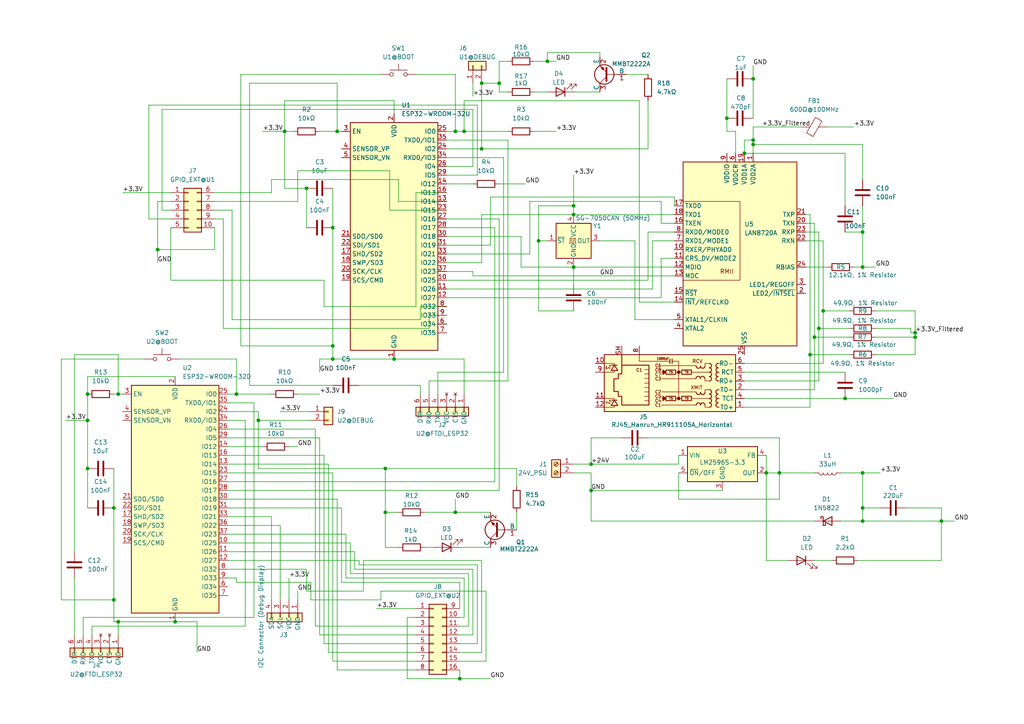
<source format=kicad_sch>
(kicad_sch (version 20250114) (generator "eeschema") (generator_version "9.0")
  (paper "A4")
  (title_block (title "Dual ESP32 Breakout Board") (date "2025-06-12") (rev "0.1") (company "CommandWare"))
  (junction (at 25.4 135.89))
  (junction (at 218.44 41.91))
  (junction (at 226.06 137.16))
  (junction (at 245.11 115.57))
  (junction (at 34.29 114.3))
  (junction (at 250.19 151.13))
  (junction (at 250.19 67.31))
  (junction (at 132.08 38.1))
  (junction (at 144.78 24.13))
  (junction (at 74.93 121.92))
  (junction (at 111.76 148.59))
  (junction (at 96.52 104.14))
  (junction (at 25.4 121.92))
  (junction (at 88.9 54.61))
  (junction (at 114.3 104.14))
  (junction (at 273.05 151.13))
  (junction (at 166.37 77.47))
  (junction (at 96.52 66.04))
  (junction (at 25.4 114.3))
  (junction (at 166.37 62.23))
  (junction (at 218.44 22.86))
  (junction (at 210.82 34.29))
  (junction (at 134.62 38.1))
  (junction (at 265.43 96.52))
  (junction (at 218.44 40.64))
  (junction (at 96.52 100.33))
  (junction (at 250.19 77.47))
  (junction (at 111.76 135.89))
  (junction (at 139.7 24.13))
  (junction (at 133.35 196.85))
  (junction (at 34.29 180.34))
  (junction (at 222.25 137.16))
  (junction (at 33.02 147.32))
  (junction (at 236.22 97.79))
  (junction (at 156.21 69.85))
  (junction (at 171.45 142.24))
  (junction (at 132.08 148.59))
  (junction (at 238.76 90.17))
  (junction (at 171.45 134.62))
  (junction (at 45.72 72.39))
  (junction (at 250.19 147.32))
  (junction (at 33.02 173.99))
  (junction (at 97.79 38.1))
  (junction (at 215.9 44.45))
  (junction (at 234.95 102.87))
  (junction (at 237.49 95.25))
  (junction (at 250.19 137.16))
  (junction (at 166.37 59.69))
  (junction (at 50.8 180.34))
  (junction (at 265.43 97.79))
  (junction (at 68.58 114.3))
  (junction (at 158.75 17.78))
  (junction (at 139.7 43.18))
  (junction (at 82.55 38.1))
  (wire (pts (xy 90.17 121.92) (xy 74.93 121.92)))
  (wire (pts (xy 137.16 78.74) (xy 137.16 80.01)))
  (wire (pts (xy 133.35 158.75) (xy 142.24 158.75)))
  (wire (pts (xy 233.68 62.23) (xy 234.95 62.23)))
  (wire (pts (xy 86.36 58.42) (xy 86.36 49.53)))
  (wire (pts (xy 133.35 181.61) (xy 135.89 181.61)))
  (wire (pts (xy 139.7 162.56) (xy 105.41 162.56)))
  (wire (pts (xy 120.65 55.88) (xy 129.54 55.88)))
  (wire (pts (xy 196.85 137.16) (xy 196.85 144.78)))
  (wire (pts (xy 138.43 30.48) (xy 138.43 50.8)))
  (wire (pts (xy 222.25 132.08) (xy 222.25 137.16)))
  (wire (pts (xy 91.44 181.61) (xy 91.44 124.46)))
  (wire (pts (xy 88.9 171.45) (xy 88.9 165.1)))
  (wire (pts (xy 250.19 59.69) (xy 250.19 67.31)))
  (wire (pts (xy 99.06 168.91) (xy 99.06 147.32)))
  (wire (pts (xy 127 107.95) (xy 146.05 107.95)))
  (wire (pts (xy 144.78 142.24) (xy 144.78 63.5)))
  (wire (pts (xy 142.24 57.15) (xy 195.58 57.15)))
  (wire (pts (xy 218.44 22.86) (xy 218.44 34.29)))
  (wire (pts (xy 134.62 179.07) (xy 134.62 167.64)))
  (wire (pts (xy 191.77 74.93) (xy 195.58 74.93)))
  (wire (pts (xy 21.59 167.64) (xy 21.59 184.15)))
  (wire (pts (xy 154.94 38.1) (xy 161.29 38.1)))
  (wire (pts (xy 78.74 52.07) (xy 115.57 52.07)))
  (wire (pts (xy 109.22 176.53) (xy 120.65 176.53)))
  (wire (pts (xy 82.55 29.21) (xy 82.55 38.1)))
  (wire (pts (xy 78.74 149.86) (xy 66.04 149.86)))
  (wire (pts (xy 92.71 104.14) (xy 92.71 107.95)))
  (wire (pts (xy 120.65 184.15) (xy 92.71 184.15)))
  (wire (pts (xy 228.6 162.56) (xy 222.25 162.56)))
  (wire (pts (xy 233.68 77.47) (xy 240.03 77.47)))
  (wire (pts (xy 110.49 171.45) (xy 110.49 173.99)))
  (wire (pts (xy 236.22 64.77) (xy 236.22 97.79)))
  (wire (pts (xy 134.62 38.1) (xy 134.62 29.21)))
  (wire (pts (xy 35.56 55.88) (xy 49.53 55.88)))
  (wire (pts (xy 245.11 44.45) (xy 245.11 59.69)))
  (wire (pts (xy 133.35 196.85) (xy 133.35 194.31)))
  (wire (pts (xy 139.7 24.13) (xy 139.7 43.18)))
  (wire (pts (xy 196.85 132.08) (xy 196.85 134.62)))
  (wire (pts (xy 100.33 167.64) (xy 100.33 154.94)))
  (wire (pts (xy 97.79 194.31) (xy 97.79 144.78)))
  (wire (pts (xy 250.19 151.13) (xy 250.19 147.32)))
  (wire (pts (xy 78.74 55.88) (xy 78.74 52.07)))
  (wire (pts (xy 218.44 41.91) (xy 218.44 44.45)))
  (wire (pts (xy 25.4 114.3) (xy 25.4 121.92)))
  (wire (pts (xy 185.42 29.21) (xy 185.42 87.63)))
  (wire (pts (xy 120.65 21.59) (xy 132.08 21.59)))
  (wire (pts (xy 236.22 97.79) (xy 246.38 97.79)))
  (wire (pts (xy 102.87 160.02) (xy 66.04 160.02)))
  (wire (pts (xy 139.7 43.18) (xy 129.54 43.18)))
  (wire (pts (xy 265.43 96.52) (xy 265.43 97.79)))
  (wire (pts (xy 41.91 104.14) (xy 17.78 104.14)))
  (wire (pts (xy 88.9 165.1) (xy 66.04 165.1)))
  (wire (pts (xy 34.29 180.34) (xy 34.29 184.15)))
  (wire (pts (xy 133.35 184.15) (xy 137.16 184.15)))
  (wire (pts (xy 86.36 49.53) (xy 113.03 49.53)))
  (wire (pts (xy 95.25 189.23) (xy 95.25 134.62)))
  (wire (pts (xy 248.92 162.56) (xy 273.05 162.56)))
  (wire (pts (xy 238.76 69.85) (xy 238.76 90.17)))
  (wire (pts (xy 138.43 186.69) (xy 138.43 163.83)))
  (wire (pts (xy 189.23 69.85) (xy 195.58 69.85)))
  (wire (pts (xy 234.95 102.87) (xy 246.38 102.87)))
  (wire (pts (xy 64.77 63.5) (xy 64.77 95.25)))
  (wire (pts (xy 120.65 88.9) (xy 120.65 55.88)))
  (wire (pts (xy 146.05 45.72) (xy 129.54 45.72)))
  (wire (pts (xy 144.78 17.78) (xy 144.78 24.13)))
  (wire (pts (xy 254 95.25) (xy 264.16 95.25)))
  (wire (pts (xy 173.99 15.24) (xy 173.99 16.51)))
  (wire (pts (xy 66.04 114.3) (xy 68.58 114.3)))
  (wire (pts (xy 264.16 95.25) (xy 264.16 96.52)))
  (wire (pts (xy 134.62 38.1) (xy 147.32 38.1)))
  (wire (pts (xy 254 90.17) (xy 265.43 90.17)))
  (wire (pts (xy 166.37 90.17) (xy 156.21 90.17)))
  (wire (pts (xy 156.21 90.17) (xy 156.21 69.85)))
  (wire (pts (xy 74.93 135.89) (xy 74.93 121.92)))
  (wire (pts (xy 104.14 111.76) (xy 121.92 111.76)))
  (wire (pts (xy 114.3 104.14) (xy 96.52 104.14)))
  (wire (pts (xy 102.87 165.1) (xy 102.87 160.02)))
  (wire (pts (xy 74.93 135.89) (xy 111.76 135.89)))
  (wire (pts (xy 133.35 191.77) (xy 140.97 191.77)))
  (wire (pts (xy 166.37 62.23) (xy 195.58 62.23)))
  (wire (pts (xy 34.29 180.34) (xy 50.8 180.34)))
  (wire (pts (xy 118.11 196.85) (xy 133.35 196.85)))
  (wire (pts (xy 236.22 113.03) (xy 215.9 113.03)))
  (wire (pts (xy 250.19 147.32) (xy 250.19 137.16)))
  (wire (pts (xy 111.76 148.59) (xy 115.57 148.59)))
  (wire (pts (xy 81.28 119.38) (xy 90.17 119.38)))
  (wire (pts (xy 66.04 139.7) (xy 143.51 139.7)))
  (wire (pts (xy 209.55 142.24) (xy 171.45 142.24)))
  (wire (pts (xy 138.43 163.83) (xy 104.14 163.83)))
  (wire (pts (xy 138.43 50.8) (xy 129.54 50.8)))
  (wire (pts (xy 240.03 36.83) (xy 247.65 36.83)))
  (wire (pts (xy 254 102.87) (xy 265.43 102.87)))
  (wire (pts (xy 97.79 38.1) (xy 99.06 38.1)))
  (wire (pts (xy 139.7 76.2) (xy 139.7 62.23)))
  (wire (pts (xy 124.46 110.49) (xy 147.32 110.49)))
  (wire (pts (xy 215.9 44.45) (xy 245.11 44.45)))
  (wire (pts (xy 218.44 40.64) (xy 218.44 41.91)))
  (wire (pts (xy 62.23 55.88) (xy 78.74 55.88)))
  (wire (pts (xy 57.15 180.34) (xy 57.15 189.23)))
  (wire (pts (xy 133.35 176.53) (xy 133.35 168.91)))
  (wire (pts (xy 137.16 31.75) (xy 137.16 48.26)))
  (wire (pts (xy 166.37 26.67) (xy 173.99 26.67)))
  (wire (pts (xy 71.12 181.61) (xy 71.12 121.92)))
  (wire (pts (xy 62.23 63.5) (xy 64.77 63.5)))
  (wire (pts (xy 118.11 179.07) (xy 118.11 196.85)))
  (wire (pts (xy 234.95 62.23) (xy 234.95 102.87)))
  (wire (pts (xy 34.29 114.3) (xy 35.56 114.3)))
  (wire (pts (xy 25.4 121.92) (xy 25.4 135.89)))
  (wire (pts (xy 96.52 137.16) (xy 66.04 137.16)))
  (wire (pts (xy 96.52 54.61) (xy 96.52 66.04)))
  (wire (pts (xy 218.44 36.83) (xy 218.44 40.64)))
  (wire (pts (xy 143.51 66.04) (xy 129.54 66.04)))
  (wire (pts (xy 52.07 104.14) (xy 68.58 104.14)))
  (wire (pts (xy 133.35 179.07) (xy 134.62 179.07)))
  (wire (pts (xy 33.02 180.34) (xy 34.29 180.34)))
  (wire (pts (xy 135.89 181.61) (xy 135.89 166.37)))
  (wire (pts (xy 143.51 139.7) (xy 143.51 66.04)))
  (wire (pts (xy 19.05 121.92) (xy 25.4 121.92)))
  (wire (pts (xy 121.92 92.71) (xy 121.92 88.9)))
  (wire (pts (xy 73.66 116.84) (xy 66.04 116.84)))
  (wire (pts (xy 25.4 135.89) (xy 25.4 147.32)))
  (wire (pts (xy 233.68 69.85) (xy 238.76 69.85)))
  (wire (pts (xy 66.04 129.54) (xy 76.2 129.54)))
  (wire (pts (xy 147.32 40.64) (xy 129.54 40.64)))
  (wire (pts (xy 68.58 167.64) (xy 66.04 167.64)))
  (wire (pts (xy 110.49 171.45) (xy 140.97 171.45)))
  (wire (pts (xy 196.85 144.78) (xy 226.06 144.78)))
  (wire (pts (xy 264.16 96.52) (xy 265.43 96.52)))
  (wire (pts (xy 49.53 63.5) (xy 43.18 63.5)))
  (wire (pts (xy 238.76 90.17) (xy 238.76 105.41)))
  (wire (pts (xy 97.79 24.13) (xy 97.79 38.1)))
  (wire (pts (xy 187.96 81.28) (xy 187.96 67.31)))
  (wire (pts (xy 187.96 29.21) (xy 187.96 43.18)))
  (wire (pts (xy 265.43 97.79) (xy 265.43 102.87)))
  (wire (pts (xy 110.49 173.99) (xy 90.17 173.99)))
  (wire (pts (xy 181.61 21.59) (xy 187.96 21.59)))
  (wire (pts (xy 134.62 29.21) (xy 185.42 29.21)))
  (wire (pts (xy 50.8 180.34) (xy 57.15 180.34)))
  (wire (pts (xy 236.22 162.56) (xy 241.3 162.56)))
  (wire (pts (xy 166.37 77.47) (xy 166.37 82.55)))
  (wire (pts (xy 140.97 191.77) (xy 140.97 171.45)))
  (wire (pts (xy 21.59 102.87) (xy 34.29 102.87)))
  (wire (pts (xy 132.08 38.1) (xy 134.62 38.1)))
  (wire (pts (xy 83.82 129.54) (xy 86.36 129.54)))
  (wire (pts (xy 156.21 69.85) (xy 158.75 69.85)))
  (wire (pts (xy 121.92 88.9) (xy 129.54 88.9)))
  (wire (pts (xy 273.05 151.13) (xy 250.19 151.13)))
  (wire (pts (xy 151.13 68.58) (xy 151.13 77.47)))
  (wire (pts (xy 46.99 31.75) (xy 137.16 31.75)))
  (wire (pts (xy 92.71 127) (xy 66.04 127)))
  (wire (pts (xy 191.77 58.42) (xy 191.77 64.77)))
  (wire (pts (xy 129.54 83.82) (xy 189.23 83.82)))
  (wire (pts (xy 82.55 29.21) (xy 114.3 29.21)))
  (wire (pts (xy 69.85 21.59) (xy 69.85 100.33)))
  (wire (pts (xy 49.53 66.04) (xy 49.53 81.28)))
  (wire (pts (xy 250.19 67.31) (xy 250.19 77.47)))
  (wire (pts (xy 127 114.3) (xy 127 107.95)))
  (wire (pts (xy 215.9 107.95) (xy 245.11 107.95)))
  (wire (pts (xy 158.75 15.24) (xy 173.99 15.24)))
  (wire (pts (xy 17.78 173.99) (xy 33.02 173.99)))
  (wire (pts (xy 78.74 149.86) (xy 78.74 173.99)))
  (wire (pts (xy 43.18 63.5) (xy 43.18 30.48)))
  (wire (pts (xy 134.62 104.14) (xy 114.3 104.14)))
  (wire (pts (xy 93.98 81.28) (xy 93.98 88.9)))
  (wire (pts (xy 142.24 71.12) (xy 142.24 57.15)))
  (wire (pts (xy 33.02 114.3) (xy 34.29 114.3)))
  (wire (pts (xy 73.66 179.07) (xy 73.66 116.84)))
  (wire (pts (xy 115.57 58.42) (xy 129.54 58.42)))
  (wire (pts (xy 210.82 34.29) (xy 210.82 38.1)))
  (wire (pts (xy 33.02 135.89) (xy 33.02 147.32)))
  (wire (pts (xy 153.67 58.42) (xy 191.77 58.42)))
  (wire (pts (xy 114.3 29.21) (xy 114.3 33.02)))
  (wire (pts (xy 33.02 147.32) (xy 33.02 173.99)))
  (wire (pts (xy 71.12 121.92) (xy 66.04 121.92)))
  (wire (pts (xy 187.96 43.18) (xy 139.7 43.18)))
  (wire (pts (xy 66.04 142.24) (xy 144.78 142.24)))
  (wire (pts (xy 124.46 114.3) (xy 124.46 110.49)))
  (wire (pts (xy 120.65 186.69) (xy 93.98 186.69)))
  (wire (pts (xy 237.49 67.31) (xy 237.49 95.25)))
  (wire (pts (xy 137.16 165.1) (xy 102.87 165.1)))
  (wire (pts (xy 93.98 88.9) (xy 120.65 88.9)))
  (wire (pts (xy 213.36 44.45) (xy 213.36 38.1)))
  (wire (pts (xy 154.94 26.67) (xy 158.75 26.67)))
  (wire (pts (xy 115.57 52.07) (xy 115.57 58.42)))
  (wire (pts (xy 243.84 137.16) (xy 250.19 137.16)))
  (wire (pts (xy 62.23 72.39) (xy 45.72 72.39)))
  (wire (pts (xy 72.39 24.13) (xy 97.79 24.13)))
  (wire (pts (xy 153.67 73.66) (xy 153.67 58.42)))
  (wire (pts (xy 236.22 97.79) (xy 236.22 113.03)))
  (wire (pts (xy 17.78 104.14) (xy 17.78 173.99)))
  (wire (pts (xy 82.55 38.1) (xy 85.09 38.1)))
  (wire (pts (xy 222.25 137.16) (xy 226.06 137.16)))
  (wire (pts (xy 139.7 62.23) (xy 166.37 62.23)))
  (wire (pts (xy 45.72 72.39) (xy 45.72 58.42)))
  (wire (pts (xy 25.4 109.22) (xy 25.4 114.3)))
  (wire (pts (xy 180.34 127) (xy 171.45 127)))
  (wire (pts (xy 262.89 147.32) (xy 273.05 147.32)))
  (wire (pts (xy 68.58 168.91) (xy 68.58 167.64)))
  (wire (pts (xy 265.43 90.17) (xy 265.43 96.52)))
  (wire (pts (xy 218.44 36.83) (xy 232.41 36.83)))
  (wire (pts (xy 21.59 160.02) (xy 21.59 102.87)))
  (wire (pts (xy 236.22 151.13) (xy 171.45 151.13)))
  (wire (pts (xy 66.04 162.56) (xy 104.14 162.56)))
  (wire (pts (xy 50.8 109.22) (xy 25.4 109.22)))
  (wire (pts (xy 45.72 58.42) (xy 49.53 58.42)))
  (wire (pts (xy 92.71 184.15) (xy 92.71 127)))
  (wire (pts (xy 64.77 95.25) (xy 124.46 95.25)))
  (wire (pts (xy 133.35 186.69) (xy 138.43 186.69)))
  (wire (pts (xy 129.54 78.74) (xy 137.16 78.74)))
  (wire (pts (xy 226.06 144.78) (xy 226.06 137.16)))
  (wire (pts (xy 166.37 77.47) (xy 195.58 77.47)))
  (wire (pts (xy 218.44 41.91) (xy 250.19 41.91)))
  (wire (pts (xy 237.49 95.25) (xy 237.49 110.49)))
  (wire (pts (xy 250.19 77.47) (xy 254 77.47)))
  (wire (pts (xy 49.53 81.28) (xy 93.98 81.28)))
  (wire (pts (xy 66.04 132.08) (xy 93.98 132.08)))
  (wire (pts (xy 124.46 91.44) (xy 129.54 91.44)))
  (wire (pts (xy 129.54 76.2) (xy 139.7 76.2)))
  (wire (pts (xy 129.54 68.58) (xy 151.13 68.58)))
  (wire (pts (xy 156.21 69.85) (xy 156.21 59.69)))
  (wire (pts (xy 215.9 40.64) (xy 218.44 40.64)))
  (wire (pts (xy 104.14 163.83) (xy 104.14 162.56)))
  (wire (pts (xy 129.54 73.66) (xy 153.67 73.66)))
  (wire (pts (xy 133.35 168.91) (xy 99.06 168.91)))
  (wire (pts (xy 96.52 66.04) (xy 96.52 100.33)))
  (wire (pts (xy 49.53 60.96) (xy 46.99 60.96)))
  (wire (pts (xy 66.04 154.94) (xy 100.33 154.94)))
  (wire (pts (xy 149.86 140.97) (xy 149.86 135.89)))
  (wire (pts (xy 123.19 148.59) (xy 132.08 148.59)))
  (wire (pts (xy 147.32 26.67) (xy 144.78 26.67)))
  (wire (pts (xy 171.45 137.16) (xy 166.37 137.16)))
  (wire (pts (xy 111.76 158.75) (xy 115.57 158.75)))
  (wire (pts (xy 96.52 100.33) (xy 96.52 104.14)))
  (wire (pts (xy 222.25 162.56) (xy 222.25 137.16)))
  (wire (pts (xy 154.94 17.78) (xy 158.75 17.78)))
  (wire (pts (xy 93.98 132.08) (xy 93.98 186.69)))
  (wire (pts (xy 247.65 77.47) (xy 250.19 77.47)))
  (wire (pts (xy 129.54 81.28) (xy 187.96 81.28)))
  (wire (pts (xy 250.19 137.16) (xy 255.27 137.16)))
  (wire (pts (xy 237.49 95.25) (xy 246.38 95.25)))
  (wire (pts (xy 226.06 127) (xy 187.96 127)))
  (wire (pts (xy 68.58 104.14) (xy 68.58 114.3)))
  (wire (pts (xy 86.36 114.3) (xy 92.71 114.3)))
  (wire (pts (xy 134.62 114.3) (xy 134.62 104.14)))
  (wire (pts (xy 111.76 148.59) (xy 111.76 135.89)))
  (wire (pts (xy 171.45 151.13) (xy 171.45 142.24)))
  (wire (pts (xy 166.37 59.69) (xy 166.37 62.23)))
  (wire (pts (xy 137.16 80.01) (xy 195.58 80.01)))
  (wire (pts (xy 45.72 72.39) (xy 45.72 76.2)))
  (wire (pts (xy 151.13 77.47) (xy 166.37 77.47)))
  (wire (pts (xy 187.96 67.31) (xy 195.58 67.31)))
  (wire (pts (xy 191.77 64.77) (xy 195.58 64.77)))
  (wire (pts (xy 137.16 184.15) (xy 137.16 165.1)))
  (wire (pts (xy 166.37 50.8) (xy 166.37 59.69)))
  (wire (pts (xy 129.54 53.34) (xy 137.16 53.34)))
  (wire (pts (xy 110.49 21.59) (xy 69.85 21.59)))
  (wire (pts (xy 26.67 181.61) (xy 71.12 181.61)))
  (wire (pts (xy 101.6 157.48) (xy 66.04 157.48)))
  (wire (pts (xy 273.05 151.13) (xy 273.05 162.56)))
  (wire (pts (xy 76.2 38.1) (xy 82.55 38.1)))
  (wire (pts (xy 255.27 147.32) (xy 250.19 147.32)))
  (wire (pts (xy 129.54 86.36) (xy 191.77 86.36)))
  (wire (pts (xy 67.31 60.96) (xy 67.31 92.71)))
  (wire (pts (xy 81.28 152.4) (xy 66.04 152.4)))
  (wire (pts (xy 218.44 19.05) (xy 218.44 22.86)))
  (wire (pts (xy 238.76 105.41) (xy 215.9 105.41)))
  (wire (pts (xy 132.08 148.59) (xy 142.24 148.59)))
  (wire (pts (xy 142.24 196.85) (xy 133.35 196.85)))
  (wire (pts (xy 120.65 179.07) (xy 118.11 179.07)))
  (wire (pts (xy 62.23 60.96) (xy 67.31 60.96)))
  (wire (pts (xy 245.11 115.57) (xy 259.08 115.57)))
  (wire (pts (xy 243.84 151.13) (xy 250.19 151.13)))
  (wire (pts (xy 156.21 59.69) (xy 166.37 59.69)))
  (wire (pts (xy 88.9 54.61) (xy 82.55 54.61)))
  (wire (pts (xy 105.41 162.56) (xy 105.41 171.45)))
  (wire (pts (xy 81.28 173.99) (xy 81.28 152.4)))
  (wire (pts (xy 237.49 110.49) (xy 215.9 110.49)))
  (wire (pts (xy 88.9 54.61) (xy 88.9 66.04)))
  (wire (pts (xy 137.16 48.26) (xy 129.54 48.26)))
  (wire (pts (xy 101.6 166.37) (xy 101.6 157.48)))
  (wire (pts (xy 233.68 64.77) (xy 236.22 64.77)))
  (wire (pts (xy 144.78 26.67) (xy 144.78 24.13)))
  (wire (pts (xy 68.58 114.3) (xy 78.74 114.3)))
  (wire (pts (xy 133.35 189.23) (xy 139.7 189.23)))
  (wire (pts (xy 96.52 104.14) (xy 92.71 104.14)))
  (wire (pts (xy 120.65 189.23) (xy 95.25 189.23)))
  (wire (pts (xy 24.13 179.07) (xy 73.66 179.07)))
  (wire (pts (xy 184.15 69.85) (xy 184.15 92.71)))
  (wire (pts (xy 96.52 191.77) (xy 96.52 137.16)))
  (wire (pts (xy 91.44 124.46) (xy 66.04 124.46)))
  (wire (pts (xy 226.06 137.16) (xy 226.06 127)))
  (wire (pts (xy 158.75 17.78) (xy 161.29 17.78)))
  (wire (pts (xy 34.29 102.87) (xy 34.29 114.3)))
  (wire (pts (xy 149.86 148.59) (xy 149.86 153.67)))
  (wire (pts (xy 92.71 38.1) (xy 97.79 38.1)))
  (wire (pts (xy 95.25 134.62) (xy 66.04 134.62)))
  (wire (pts (xy 144.78 24.13) (xy 139.7 24.13)))
  (wire (pts (xy 196.85 134.62) (xy 171.45 134.62)))
  (wire (pts (xy 276.86 151.13) (xy 273.05 151.13)))
  (wire (pts (xy 149.86 135.89) (xy 111.76 135.89)))
  (wire (pts (xy 125.73 158.75) (xy 123.19 158.75)))
  (wire (pts (xy 24.13 184.15) (xy 24.13 179.07)))
  (wire (pts (xy 72.39 111.76) (xy 72.39 24.13)))
  (wire (pts (xy 113.03 60.96) (xy 129.54 60.96)))
  (wire (pts (xy 144.78 63.5) (xy 129.54 63.5)))
  (wire (pts (xy 213.36 38.1) (xy 210.82 38.1)))
  (wire (pts (xy 210.82 22.86) (xy 210.82 34.29)))
  (wire (pts (xy 111.76 148.59) (xy 111.76 158.75)))
  (wire (pts (xy 99.06 147.32) (xy 66.04 147.32)))
  (wire (pts (xy 134.62 167.64) (xy 100.33 167.64)))
  (wire (pts (xy 132.08 144.78) (xy 132.08 148.59)))
  (wire (pts (xy 158.75 17.78) (xy 158.75 15.24)))
  (wire (pts (xy 166.37 134.62) (xy 171.45 134.62)))
  (wire (pts (xy 173.99 69.85) (xy 184.15 69.85)))
  (wire (pts (xy 90.17 168.91) (xy 68.58 168.91)))
  (wire (pts (xy 26.67 184.15) (xy 26.67 181.61)))
  (wire (pts (xy 215.9 115.57) (xy 245.11 115.57)))
  (wire (pts (xy 74.93 121.92) (xy 74.93 119.38)))
  (wire (pts (xy 184.15 92.71) (xy 195.58 92.71)))
  (wire (pts (xy 83.82 167.64) (xy 83.82 173.99)))
  (wire (pts (xy 129.54 38.1) (xy 132.08 38.1)))
  (wire (pts (xy 90.17 173.99) (xy 90.17 168.91)))
  (wire (pts (xy 250.19 41.91) (xy 250.19 52.07)))
  (wire (pts (xy 132.08 21.59) (xy 132.08 38.1)))
  (wire (pts (xy 97.79 144.78) (xy 66.04 144.78)))
  (wire (pts (xy 67.31 92.71) (xy 121.92 92.71)))
  (wire (pts (xy 139.7 189.23) (xy 139.7 162.56)))
  (wire (pts (xy 121.92 111.76) (xy 121.92 114.3)))
  (wire (pts (xy 189.23 83.82) (xy 189.23 69.85)))
  (wire (pts (xy 62.23 66.04) (xy 62.23 72.39)))
  (wire (pts (xy 185.42 87.63) (xy 195.58 87.63)))
  (wire (pts (xy 120.65 194.31) (xy 97.79 194.31)))
  (wire (pts (xy 144.78 17.78) (xy 147.32 17.78)))
  (wire (pts (xy 69.85 100.33) (xy 96.52 100.33)))
  (wire (pts (xy 120.65 181.61) (xy 91.44 181.61)))
  (wire (pts (xy 33.02 173.99) (xy 33.02 180.34)))
  (wire (pts (xy 74.93 119.38) (xy 66.04 119.38)))
  (wire (pts (xy 171.45 142.24) (xy 171.45 137.16)))
  (wire (pts (xy 195.58 57.15) (xy 195.58 59.69)))
  (wire (pts (xy 234.95 102.87) (xy 234.95 118.11)))
  (wire (pts (xy 105.41 171.45) (xy 88.9 171.45)))
  (wire (pts (xy 215.9 44.45) (xy 215.9 40.64)))
  (wire (pts (xy 113.03 49.53) (xy 113.03 60.96)))
  (wire (pts (xy 238.76 90.17) (xy 246.38 90.17)))
  (wire (pts (xy 144.78 53.34) (xy 152.4 53.34)))
  (wire (pts (xy 254 97.79) (xy 265.43 97.79)))
  (wire (pts (xy 96.52 111.76) (xy 72.39 111.76)))
  (wire (pts (xy 234.95 118.11) (xy 215.9 118.11)))
  (wire (pts (xy 226.06 137.16) (xy 236.22 137.16)))
  (wire (pts (xy 137.16 24.13) (xy 137.16 27.94)))
  (wire (pts (xy 146.05 107.95) (xy 146.05 45.72)))
  (wire (pts (xy 124.46 95.25) (xy 124.46 91.44)))
  (wire (pts (xy 46.99 60.96) (xy 46.99 31.75)))
  (wire (pts (xy 129.54 71.12) (xy 142.24 71.12)))
  (wire (pts (xy 43.18 30.48) (xy 138.43 30.48)))
  (wire (pts (xy 191.77 86.36) (xy 191.77 74.93)))
  (wire (pts (xy 135.89 166.37) (xy 101.6 166.37)))
  (wire (pts (xy 245.11 67.31) (xy 250.19 67.31)))
  (wire (pts (xy 62.23 58.42) (xy 86.36 58.42)))
  (wire (pts (xy 171.45 127) (xy 171.45 134.62)))
  (wire (pts (xy 86.36 171.45) (xy 86.36 173.99)))
  (wire (pts (xy 147.32 110.49) (xy 147.32 40.64)))
  (wire (pts (xy 233.68 67.31) (xy 237.49 67.31)))
  (wire (pts (xy 273.05 147.32) (xy 273.05 151.13)))
  (wire (pts (xy 120.65 191.77) (xy 96.52 191.77)))
  (wire (pts (xy 82.55 54.61) (xy 82.55 38.1)))
  (label "+3.3V_Filtered" (at 265.43 96.52 0))
  (label "GND" (at 92.71 107.95 0))
  (label "+3.3V" (at 109.22 176.53 0))
  (label "+3.3V" (at 76.2 38.1 0))
  (label "GND" (at 86.36 171.45 0))
  (label "+3.3V" (at 19.05 121.92 0))
  (label "+3.3V" (at 247.65 36.83 0))
  (label "+3.3V" (at 137.16 27.94 0))
  (label "GND" (at 152.4 53.34 0))
  (label "GND" (at 86.36 129.54 0))
  (label "GND" (at 254 77.47 0))
  (label "GND" (at 132.08 144.78 0))
  (label "+3.3V" (at 35.56 55.88 0))
  (label "GND" (at 142.24 196.85 0))
  (label "GND" (at 57.15 189.23 0))
  (label "+3.3V" (at 166.37 50.8 0))
  (label "+3.3V_Filtered" (at 220.98 36.83 0))
  (label "GND" (at 45.72 76.2 0))
  (label "+3.3V" (at 81.28 119.38 0))
  (label "GND" (at 276.86 151.13 0))
  (label "GND" (at 171.45 142.24 0))
  (label "+24V" (at 171.45 134.62 0))
  (label "GND" (at 161.29 17.78 0))
  (label "GND" (at 218.44 19.05 0))
  (label "+3.3V" (at 255.27 137.16 0))
  (label "GND" (at 259.08 115.57 0))
  (label "GND" (at 173.99 80.01 0))
  (label "+3.3V" (at 92.71 114.3 0))
  (label "+3.3V" (at 83.82 167.64 0))
  (label "+3.3V" (at 161.29 38.1 0))
  (symbol (lib_id "Regulator_Switching:LM2596S-3.3") (at 209.55 134.62 0) (unit 1)
    (property "Reference" "U3" (at 209.55 130.81 0))
    (property "Value" "LM2596S-3.3" (at 209.55 134.112 0))
    (property "Footprint" "Package_TO_SOT_SMD:TO-263-5_TabPin3" (effects (hide yes)))
    (property "Datasheet" "http://www.ti.com/lit/ds/symlink/lm2596.pdf" (effects (hide yes)))
    (property "Description" "3.3V 3A Step-Down Voltage Regulator, TO-263" (effects (hide yes)))
  )
  (symbol (lib_id "Device:C") (at 214.63 22.86 90) (unit 1)
    (property "Reference" "C7" (at 214.884 17.018 90))
    (property "Value" "1uF" (at 214.884 19.558 90))
    (property "Footprint" "Capacitor_SMD:C_01005_0402Metric" (effects (hide yes)))
    (property "Description" "Capacitor" (effects (hide yes)))
  )
  (symbol (lib_id "Device:R") (at 250.19 90.17 90) (unit 1)
    (property "Reference" "R9" (at 250.19 90.17 90))
    (property "Value" "49.9Ω, 1% Resistor" (at 250.952 87.884 90))
    (property "Footprint" "Resistor_SMD:R_0402_1005Metric" (effects (hide yes)))
    (property "Description" "Resistor" (effects (hide yes)))
  )
  (symbol (lib_id "Transistor_BJT:MMBT2222A") (at 144.78 153.67 180) (unit 1)
    (property "Reference" "Q1" (at 152.4 157.226 0) (effects (justify left)))
    (property "Value" "MMBT2222A" (at 156.21 159.258 0) (effects (justify left)))
    (property "Footprint" "Package_TO_SOT_SMD:SOT-23" (effects (hide yes)))
    (property "Datasheet" "https://assets.nexperia.com/documents/data-sheet/MMBT2222A.pdf" (effects (hide yes)))
    (property "Description" "600mA Ic, 40V Vce, NPN Transistor, SOT-23" (effects (hide yes)))
  )
  (symbol (lib_id "Device:R") (at 119.38 148.59 90) (unit 1)
    (property "Reference" "R12" (at 119.38 143.764 90))
    (property "Value" "10kΩ" (at 119.38 146.304 90))
    (property "Footprint" "Resistor_SMD:R_0402_1005Metric" (effects (hide yes)))
    (property "Description" "Resistor" (effects (hide yes)))
  )
  (symbol (lib_id "Device:R") (at 187.96 25.4 0) (unit 1)
    (property "Reference" "R18" (at 190.5 24.1299 0) (effects (justify left)))
    (property "Value" "4.7kΩ" (at 190.5 26.6699 0) (effects (justify left)))
    (property "Footprint" "Resistor_SMD:R_0402_1005Metric" (effects (hide yes)))
    (property "Description" "Resistor" (effects (hide yes)))
  )
  (symbol (lib_id "Device:C") (at 245.11 63.5 0) (unit 1)
    (property "Reference" "C11" (at 245.618 61.468 0) (effects (justify left)))
    (property "Value" "100nF" (at 245.11 65.532 0) (effects (justify left)))
    (property "Footprint" "Capacitor_SMD:C_0402_1005Metric" (effects (hide yes)))
    (property "Description" "Capacitor" (effects (hide yes)))
  )
  (symbol (lib_name "Conn_02x05_Counter_Clockwise_1") (lib_id "Connector_Generic:Conn_02x05_Counter_Clockwise") (at 54.61 60.96 0) (unit 1)
    (property "Reference" "J7" (at 55.88 49.53 0))
    (property "Value" "GPIO_EXT@U1" (at 55.88 52.07 0))
    (property "Footprint" "Connector_PinHeader_2.54mm:PinHeader_2x05_P2.54mm_Vertical" (effects (hide yes)))
    (property "Description" "Generic connector, double row, 02x05, counter clockwise pin numbering scheme (similar to DIP package numbering), script generated (kicad-library-utils/schlib/autogen/connector/)" (effects (hide yes)))
  )
  (symbol (lib_id "Connector_Generic:Conn_01x04") (at 83.82 179.07 270) (unit 1)
    (property "Reference" "J3" (at 82.296 184.15 90))
    (property "Value" "I2C Connector (Debug Display)" (at 75.692 178.816 0))
    (property "Footprint" "Connector_PinHeader_2.54mm:PinHeader_1x04_P2.54mm_Vertical" (effects (hide yes)))
    (property "Description" "Generic connector, single row, 01x04, script generated (kicad-library-utils/schlib/autogen/connector/)" (effects (hide yes)))
  )
  (symbol (lib_id "Device:C") (at 92.71 66.04 90) (unit 1)
    (property "Reference" "C4" (at 92.71 58.42 90))
    (property "Value" "100nF" (at 92.71 60.96 90))
    (property "Footprint" "Capacitor_SMD:C_0402_1005Metric" (effects (hide yes)))
    (property "Description" "Capacitor" (effects (hide yes)))
  )
  (symbol (lib_id "Device:LED") (at 129.54 158.75 180) (unit 1)
    (property "Reference" "D3" (at 129.54 153.416 0))
    (property "Value" "LED" (at 129.54 155.956 0))
    (property "Footprint" "LED_SMD:LED_0402_1005Metric" (effects (hide yes)))
    (property "Description" "Light emitting diode" (effects (hide yes)))
    (property "Sim.Pins" "1=K 2=A" (effects (hide yes)))
  )
  (symbol (lib_id "Device:R") (at 140.97 53.34 90) (unit 1)
    (property "Reference" "R4" (at 140.97 46.99 90))
    (property "Value" "10kΩ" (at 140.97 49.53 90))
    (property "Footprint" "Resistor_SMD:R_0402_1005Metric" (effects (hide yes)))
    (property "Description" "Resistor" (effects (hide yes)))
  )
  (symbol (lib_id "Device:R") (at 250.19 97.79 270) (unit 1)
    (property "Reference" "R7" (at 251.46 97.79 90) (effects (justify right)))
    (property "Value" "49.9Ω, 1% Resistor" (at 259.969 99.9491 90) (effects (justify right)))
    (property "Footprint" "Resistor_SMD:R_0402_1005Metric" (effects (hide yes)))
    (property "Description" "Resistor" (effects (hide yes)))
  )
  (symbol (lib_id "Device:R") (at 250.19 102.87 90) (unit 1)
    (property "Reference" "R6" (at 250.19 102.87 90))
    (property "Value" "49.9Ω, 1% Resistor" (at 250.19 105.41 90))
    (property "Footprint" "Resistor_SMD:R_0402_1005Metric" (effects (hide yes)))
    (property "Description" "Resistor" (effects (hide yes)))
  )
  (symbol (lib_id "Device:C") (at 214.63 34.29 90) (unit 1)
    (property "Reference" "C8" (at 214.884 28.448 90))
    (property "Value" "470pF" (at 214.884 30.988 90))
    (property "Footprint" "Capacitor_SMD:C_01005_0402Metric" (effects (hide yes)))
    (property "Description" "Capacitor" (effects (hide yes)))
  )
  (symbol (lib_id "Device:LED") (at 162.56 26.67 180) (unit 1)
    (property "Reference" "D4" (at 162.052 21.336 0))
    (property "Value" "LED" (at 162.052 23.876 0))
    (property "Footprint" "LED_SMD:LED_0402_1005Metric" (effects (hide yes)))
    (property "Description" "Light emitting diode" (effects (hide yes)))
    (property "Sim.Pins" "1=K 2=A" (effects (hide yes)))
  )
  (symbol (lib_id "Connector_Generic:Conn_01x02") (at 137.16 19.05 90) (unit 1)
    (property "Reference" "J6" (at 133.096 13.97 90) (effects (justify right)))
    (property "Value" "U1@DEBUG" (at 133.096 16.51 90) (effects (justify right)))
    (property "Footprint" "Connector_PinHeader_2.54mm:PinHeader_1x02_P2.54mm_Vertical" (effects (hide yes)))
    (property "Description" "Generic connector, single row, 01x02, script generated (kicad-library-utils/schlib/autogen/connector/)" (effects (hide yes)))
  )
  (symbol (lib_id "Device:R") (at 151.13 26.67 90) (unit 1)
    (property "Reference" "R17" (at 151.13 22.098 90))
    (property "Value" "1kΩ" (at 151.13 24.13 90))
    (property "Footprint" "Resistor_SMD:R_0402_1005Metric" (effects (hide yes)))
    (property "Description" "Resistor" (effects (hide yes)))
  )
  (symbol (lib_id "Device:FerriteBead") (at 236.22 36.83 90) (unit 1)
    (property "Reference" "FB1" (at 236.1692 29.21 90))
    (property "Value" "600Ω@100MHz" (at 236.1692 31.75 90))
    (property "Footprint" "Inductor_SMD:L_0603_1608Metric" (effects (hide yes)))
    (property "Description" "Ferrite bead" (effects (hide yes)))
  )
  (symbol (lib_id "Connector:Screw_Terminal_01x02") (at 161.29 134.62 0) (mirror y) (unit 1)
    (property "Reference" "J1" (at 158.75 134.6199 0) (effects (justify left)))
    (property "Value" "24V_PSU" (at 158.75 137.1599 0) (effects (justify left)))
    (property "Footprint" "TerminalBlock:TerminalBlock_bornier-2_P5.08mm" (effects (hide yes)))
    (property "Description" "Generic screw terminal, single row, 01x02, script generated (kicad-library-utils/schlib/autogen/connector/)" (effects (hide yes)))
  )
  (symbol (lib_id "Interface_Ethernet:LAN8720A") (at 215.9 74.93 0) (unit 1)
    (property "Reference" "U5" (at 215.9 65.024 0) (effects (justify left)))
    (property "Value" "LAN8720A" (at 215.9 67.564 0) (effects (justify left)))
    (property "Footprint" "Package_DFN_QFN:VQFN-24-1EP_4x4mm_P0.5mm_EP2.5x2.5mm_ThermalVias" (effects (hide yes)))
    (property "Datasheet" "http://ww1.microchip.com/downloads/en/DeviceDoc/8720a.pdf" (effects (hide yes)))
    (property "Description" "LAN8720 Ethernet PHY with RMII interface, QFN-24" (effects (hide yes)))
  )
  (symbol (lib_id "Device:C") (at 92.71 54.61 90) (unit 1)
    (property "Reference" "C3" (at 92.71 46.99 90))
    (property "Value" "10uF" (at 92.71 49.53 90))
    (property "Footprint" "Capacitor_SMD:C_0805_2012Metric" (effects (hide yes)))
    (property "Description" "Capacitor" (effects (hide yes)))
  )
  (symbol (lib_id "Device:R") (at 80.01 129.54 90) (unit 1)
    (property "Reference" "R11" (at 80.01 123.19 90))
    (property "Value" "10kΩ" (at 80.01 125.73 90))
    (property "Footprint" "Resistor_SMD:R_0402_1005Metric" (effects (hide yes)))
    (property "Description" "Resistor" (effects (hide yes)))
  )
  (symbol (lib_id "Device:C") (at 250.19 55.88 0) (unit 1)
    (property "Reference" "C10" (at 254 54.6099 0) (effects (justify left)))
    (property "Value" "100nF" (at 254 57.1499 0) (effects (justify left)))
    (property "Footprint" "Capacitor_SMD:C_0402_1005Metric" (effects (hide yes)))
    (property "Description" "Capacitor" (effects (hide yes)))
  )
  (symbol (lib_id "Switch:SW_Push") (at 46.99 104.14 0) (unit 1)
    (property "Reference" "SW2" (at 46.99 96.52 0))
    (property "Value" "U2@BOOT" (at 46.99 99.06 0))
    (property "Footprint" "Button_Switch_SMD:SW_SPST_PTS645" (effects (hide yes)))
    (property "Description" "Push button switch, generic, two pins" (effects (hide yes)))
  )
  (symbol (lib_id "Device:R") (at 151.13 38.1 90) (unit 1)
    (property "Reference" "R3" (at 151.13 31.75 90))
    (property "Value" "10kΩ" (at 151.13 34.29 90))
    (property "Footprint" "Resistor_SMD:R_0402_1005Metric" (effects (hide yes)))
    (property "Description" "Resistor" (effects (hide yes)))
  )
  (symbol (lib_id "Device:R") (at 250.19 95.25 90) (unit 1)
    (property "Reference" "R8" (at 250.19 95.25 90))
    (property "Value" "49.9Ω, 1% Resistor" (at 250.698 92.964 90))
    (property "Footprint" "Resistor_SMD:R_0402_1005Metric" (effects (hide yes)))
    (property "Description" "Resistor" (effects (hide yes)))
  )
  (symbol (lib_id "Device:C") (at 21.59 163.83 180) (unit 1)
    (property "Reference" "C12" (at 25.4 162.5599 0) (effects (justify right)))
    (property "Value" "100nF" (at 25.4 165.0999 0) (effects (justify right)))
    (property "Footprint" "Capacitor_SMD:C_0402_1005Metric" (effects (hide yes)))
    (property "Description" "Capacitor" (effects (hide yes)))
  )
  (symbol (lib_name "Conn_02x05_Counter_Clockwise_2") (lib_id "Connector_Generic:Conn_02x05_Counter_Clockwise") (at 125.73 184.15 0) (unit 1)
    (property "Reference" "J8" (at 127 170.18 0))
    (property "Value" "GPIO_EXT@U2" (at 127 172.72 0))
    (property "Footprint" "Connector_PinHeader_2.54mm:PinHeader_2x08_P2.54mm_Vertical" (effects (hide yes)))
    (property "Description" "Generic connector, double row, 02x08, top/bottom pin numbering scheme (row 1: 1...pins_per_row, row2: pins_per_row+1 ... num_pins), script generated (kicad-library-utils/schlib/autogen/connector/)" (effects (hide yes)))
  )
  (symbol (lib_id "Device:C") (at 184.15 127 90) (unit 1)
    (property "Reference" "C2" (at 184.15 130.302 90))
    (property "Value" "100uF" (at 184.15 132.588 90))
    (property "Footprint" "Capacitor_SMD:CP_Elec_6.3x5.4" (effects (hide yes)))
    (property "Description" "Electrolytic Capacitor" (effects (hide yes)))
  )
  (symbol (lib_name "MMBT2222A_1") (lib_id "Transistor_BJT:MMBT2222A") (at 176.53 21.59 180) (unit 1)
    (property "Reference" "Q2" (at 188.722 16.002 0) (effects (justify left)))
    (property "Value" "MMBT2222A" (at 188.722 18.542 0) (effects (justify left)))
    (property "Footprint" "Package_TO_SOT_SMD:SOT-23" (effects (hide yes)))
    (property "Datasheet" "https://assets.nexperia.com/documents/data-sheet/MMBT2222A.pdf" (effects (hide yes)))
    (property "Description" "600mA Ic, 40V Vce, NPN Transistor, SOT-23" (effects (hide yes)))
  )
  (symbol (lib_id "Device:R") (at 119.38 158.75 90) (unit 1)
    (property "Reference" "R14" (at 119.126 153.924 90))
    (property "Value" "1kΩ" (at 119.126 156.464 90))
    (property "Footprint" "Resistor_SMD:R_0402_1005Metric" (effects (hide yes)))
    (property "Description" "Resistor" (effects (hide yes)))
  )
  (symbol (lib_id "RF_Module:ESP32-WROOM-32U") (at 114.3 68.58 0) (unit 1)
    (property "Reference" "U1" (at 116.4433 30.48 0) (effects (justify left)))
    (property "Value" "ESP32-WROOM-32U" (at 116.4433 33.02 0) (effects (justify left)))
    (property "Footprint" "RF_Module:ESP32-WROOM-32U" (effects (hide yes)))
    (property "Datasheet" "https://www.espressif.com/sites/default/files/documentation/esp32-wroom-32d_esp32-wroom-32u_datasheet_en.pdf" (effects (hide yes)))
    (property "Description" "RF Module, ESP32-D0WD SoC, Wi-Fi 802.11b/g/n, Bluetooth, BLE, 32-bit, 2.7-3.6V, external antenna, SMD" (effects (hide yes)))
  )
  (symbol (lib_id "Device:R") (at 245.11 162.56 90) (unit 1)
    (property "Reference" "R1" (at 245.11 156.21 90))
    (property "Value" "2.2kΩ" (at 245.11 158.75 90))
    (property "Footprint" "Resistor_SMD:R_0603_1608Metric" (effects (hide yes)))
    (property "Description" "Resistor" (effects (hide yes)))
  )
  (symbol (lib_id "Device:C") (at 166.37 86.36 180) (unit 1)
    (property "Reference" "C6" (at 170.18 85.0899 0) (effects (justify right)))
    (property "Value" "100nF" (at 170.18 87.6299 0) (effects (justify right)))
    (property "Footprint" "Capacitor_SMD:C_0402_1005Metric" (effects (hide yes)))
    (property "Description" "Capacitor" (effects (hide yes)))
  )
  (symbol (lib_id "Device:C") (at 29.21 135.89 90) (unit 1)
    (property "Reference" "C13" (at 29.21 128.27 90))
    (property "Value" "10uF" (at 29.21 130.81 90))
    (property "Footprint" "Capacitor_SMD:C_0805_2012Metric" (effects (hide yes)))
    (property "Description" "Capacitor" (effects (hide yes)))
  )
  (symbol (lib_name "Conn_01x06_1") (lib_id "Connector_Generic:Conn_01x06") (at 129.54 119.38 270) (unit 1)
    (property "Reference" "J2" (at 128.27 123.19 90))
    (property "Value" "U2@FTDI_ESP32" (at 128.27 125.73 90))
    (property "Footprint" "Connector_PinHeader_2.54mm:PinHeader_1x06_P2.54mm_Vertical" (effects (hide yes)))
    (property "Description" "Generic connector, single row, 01x06, script generated (kicad-library-utils/schlib/autogen/connector/)" (effects (hide yes)))
  )
  (symbol (lib_id "RF_Module:ESP32-WROOM-32D") (at 50.8 144.78 0) (unit 1)
    (property "Reference" "U2" (at 52.9433 106.68 0) (effects (justify left)))
    (property "Value" "ESP32-WROOM-32D" (at 52.9433 109.22 0) (effects (justify left)))
    (property "Footprint" "RF_Module:ESP32-WROOM-32D" (effects (hide yes)))
    (property "Datasheet" "https://www.espressif.com/sites/default/files/documentation/esp32-wroom-32d_esp32-wroom-32u_datasheet_en.pdf" (effects (hide yes)))
    (property "Description" "RF Module, ESP32-D0WD SoC, Wi-Fi 802.11b/g/n, Bluetooth, BLE, 32-bit, 2.7-3.6V, onboard antenna, SMD" (effects (hide yes)))
  )
  (symbol (lib_id "Connector_Generic:Conn_01x02") (at 95.25 119.38 0) (unit 1)
    (property "Reference" "J9" (at 97.79 119.3799 0) (effects (justify left)))
    (property "Value" "U2@DEBUG" (at 97.79 121.9199 0) (effects (justify left)))
    (property "Footprint" "Connector_PinHeader_2.54mm:PinHeader_1x02_P2.54mm_Vertical" (effects (hide yes)))
    (property "Description" "Generic connector, single row, 01x02, script generated (kicad-library-utils/schlib/autogen/connector/)" (effects (hide yes)))
  )
  (symbol (lib_id "Device:R") (at 243.84 77.47 90) (unit 1)
    (property "Reference" "R5" (at 243.84 77.47 90))
    (property "Value" "12.1kΩ, 1% Resistor" (at 250.19 79.756 90))
    (property "Footprint" "Resistor_SMD:R_0402_1005Metric" (effects (hide yes)))
    (property "Description" "Resistor" (effects (hide yes)))
  )
  (symbol (lib_id "Device:R") (at 149.86 144.78 180) (unit 1)
    (property "Reference" "R15" (at 152.4 143.5099 0) (effects (justify right)))
    (property "Value" "4.7kΩ" (at 152.4 146.0499 0) (effects (justify right)))
    (property "Footprint" "Resistor_SMD:R_0402_1005Metric" (effects (hide yes)))
    (property "Description" "Resistor" (effects (hide yes)))
  )
  (symbol (lib_id "Device:R") (at 29.21 114.3 90) (unit 1)
    (property "Reference" "R13" (at 29.21 107.95 90))
    (property "Value" "10kΩ" (at 29.21 110.49 90))
    (property "Footprint" "Resistor_SMD:R_0402_1005Metric" (effects (hide yes)))
    (property "Description" "Resistor" (effects (hide yes)))
  )
  (symbol (lib_id "Device:LED") (at 232.41 162.56 0) (mirror y) (unit 1)
    (property "Reference" "D2" (at 233.9975 156.21 0))
    (property "Value" "LED" (at 233.9975 158.75 0))
    (property "Footprint" "LED_SMD:LED_0603_1608Metric" (effects (hide yes)))
    (property "Description" "Light emitting diode" (effects (hide yes)))
    (property "Sim.Pins" "1=K 2=A" (effects (hide yes)))
  )
  (symbol (lib_id "Device:C") (at 259.08 147.32 90) (unit 1)
    (property "Reference" "C1" (at 259.08 141.478 90))
    (property "Value" "220uF" (at 259.08 143.764 90))
    (property "Footprint" "Capacitor_SMD:CP_Elec_8x10.5" (effects (hide yes)))
    (property "Description" "Electrolytic Capacitor" (effects (hide yes)))
  )
  (symbol (lib_id "Device:C") (at 100.33 111.76 90) (unit 1)
    (property "Reference" "C5" (at 100.33 104.14 90))
    (property "Value" "100nF" (at 100.33 106.68 90))
    (property "Footprint" "Capacitor_SMD:C_0402_1005Metric" (effects (hide yes)))
    (property "Description" "Capacitor" (effects (hide yes)))
  )
  (symbol (lib_id "Device:R") (at 151.13 17.78 90) (unit 1)
    (property "Reference" "R16" (at 151.13 13.716 90))
    (property "Value" "10kΩ" (at 151.13 15.748 90))
    (property "Footprint" "Resistor_SMD:R_0402_1005Metric" (effects (hide yes)))
    (property "Description" "Resistor" (effects (hide yes)))
  )
  (symbol (lib_id "Device:C") (at 245.11 111.76 180) (unit 1)
    (property "Reference" "C9" (at 248.92 110.4899 0) (effects (justify right)))
    (property "Value" "1000pF" (at 248.92 113.0299 0) (effects (justify right)))
    (property "Footprint" "Capacitor_SMD:C_0805_2012Metric" (effects (hide yes)))
    (property "Description" "2kV Capacitor" (effects (hide yes)))
  )
  (symbol (lib_id "Connector:RJ45_Hanrun_HR911105A_Horizontal") (at 195.58 110.49 180) (unit 1)
    (property "Reference" "J5" (at 185.42 120.904 0) (effects (justify right)))
    (property "Value" "RJ45_Hanrun_HR911105A_Horizontal" (at 177.292 123.19 0) (effects (justify right)))
    (property "Footprint" "Connector_RJ:RJ45_Hanrun_HR911105A_Horizontal" (effects (hide yes)))
    (property "Datasheet" "https://datasheet.lcsc.com/lcsc/1811141815_HANRUN-Zhongshan-HanRun-Elec-HR911105A_C12074.pdf" (effects (hide yes)))
    (property "Description" "1 Port RJ45 Magjack Connector Through Hole 10/100 Base-T, AutoMDIX" (effects (hide yes)))
  )
  (symbol (lib_id "Switch:SW_Push") (at 115.57 21.59 0) (unit 1)
    (property "Reference" "SW1" (at 115.57 13.97 0))
    (property "Value" "U1@BOOT" (at 115.57 16.51 0))
    (property "Footprint" "Button_Switch_SMD:SW_SPST_PTS645" (effects (hide yes)))
    (property "Description" "Push button switch, generic, two pins" (effects (hide yes)))
  )
  (symbol (lib_id "Device:R") (at 88.9 38.1 90) (unit 1)
    (property "Reference" "R2" (at 88.9 31.75 90))
    (property "Value" "10kΩ" (at 88.9 34.29 90))
    (property "Footprint" "Resistor_SMD:R_0402_1005Metric" (effects (hide yes)))
    (property "Description" "Resistor" (effects (hide yes)))
  )
  (symbol (lib_id "Device:L") (at 240.03 137.16 270) (unit 1)
    (property "Reference" "L1" (at 240.03 132.08 90))
    (property "Value" "33uH" (at 240.03 134.62 90))
    (property "Footprint" "Inductor_SMD:L_Bourns_SRR1260" (effects (hide yes)))
    (property "Description" "Inductor" (effects (hide yes)))
  )
  (symbol (lib_id "Device:C") (at 29.21 147.32 90) (unit 1)
    (property "Reference" "C14" (at 29.21 139.7 90))
    (property "Value" "100nF" (at 29.21 142.24 90))
    (property "Footprint" "Capacitor_SMD:C_0402_1005Metric" (effects (hide yes)))
    (property "Description" "Capacitor" (effects (hide yes)))
  )
  (symbol (lib_id "Oscillator:SG-7050CAN") (at 166.37 69.85 0) (unit 1)
    (property "Reference" "Y1" (at 173.228 65.532 0))
    (property "Value" "SG-7050CAN (50MHz)" (at 177.8 63.246 0))
    (property "Footprint" "Oscillator:Oscillator_SMD_SeikoEpson_SG8002CA-4Pin_7.0x5.0mm" (effects (hide yes)))
    (property "Datasheet" "https://support.epson.biz/td/api/doc_check.php?dl=brief_SG7050CAN&lang=en" (effects (hide yes)))
    (property "Description" "CMOS Clock Oscillator 1 to 75 MHz" (effects (hide yes)))
  )
  (symbol (lib_name "Conn_01x06_1") (lib_id "Connector_Generic:Conn_01x06") (at 29.21 189.23 270) (unit 1)
    (property "Reference" "J4" (at 27.94 193.04 90))
    (property "Value" "U2@FTDI_ESP32" (at 27.94 195.58 90))
    (property "Footprint" "Connector_PinHeader_2.54mm:PinHeader_1x06_P2.54mm_Vertical" (effects (hide yes)))
    (property "Description" "Generic connector, single row, 01x06, script generated (kicad-library-utils/schlib/autogen/connector/)" (effects (hide yes)))
  )
  (symbol (lib_id "Device:R") (at 82.55 114.3 90) (unit 1)
    (property "Reference" "R10" (at 82.55 107.95 90))
    (property "Value" "10kΩ" (at 82.55 110.49 90))
    (property "Footprint" "Resistor_SMD:R_0402_1005Metric" (effects (hide yes)))
    (property "Description" "Resistor" (effects (hide yes)))
  )
  (symbol (lib_id "Device:D_Schottky") (at 240.03 151.13 0) (unit 1)
    (property "Reference" "D1" (at 239.7125 144.78 0))
    (property "Value" "1N5822" (at 239.7125 147.32 0))
    (property "Footprint" "Diode_SMD:D_SMA" (effects (hide yes)))
    (property "Description" "Schottky diode" (effects (hide yes)))
  )
)
</source>
